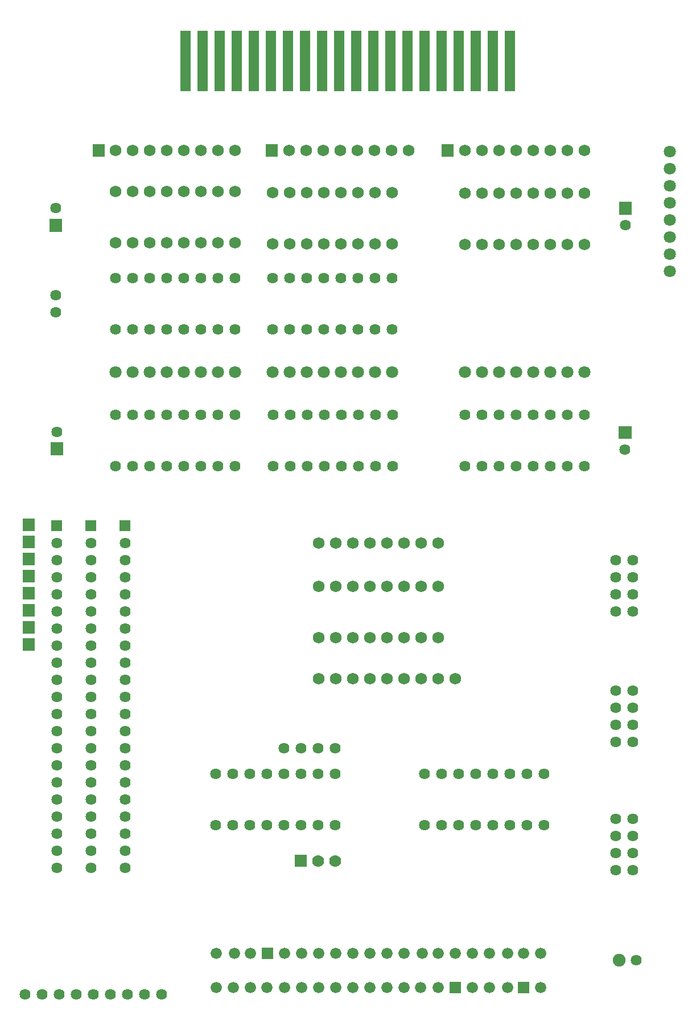
<source format=gbs>
G04 Layer: BottomSolderMaskLayer*
G04 EasyEDA v6.5.1, 2022-04-23 16:14:00*
G04 1ebaea4ae95649dd8011ffabadda3e85,10*
G04 Gerber Generator version 0.2*
G04 Scale: 100 percent, Rotated: No, Reflected: No *
G04 Dimensions in millimeters *
G04 leading zeros omitted , absolute positions ,4 integer and 5 decimal *
%FSLAX45Y45*%
%MOMM*%

%ADD32C,1.8032*%
%ADD36C,1.6256*%
%ADD37C,1.7272*%
%ADD39C,1.6766*%
%ADD41C,1.9016*%
%ADD43C,1.7780*%

%LPD*%
D32*
G01*
X9779000Y-3581400D03*
G01*
X9779000Y-3327400D03*
G01*
X9779000Y-3073400D03*
G01*
X9779000Y-2819400D03*
G01*
X9779000Y-2565400D03*
G01*
X9779000Y-2311400D03*
G01*
X9779000Y-2057400D03*
G01*
X9779000Y-1803400D03*
G36*
X151129Y-9221548D02*
G01*
X151129Y-9041208D01*
X331469Y-9041208D01*
X331469Y-9221548D01*
G37*
G36*
X151129Y-8967548D02*
G01*
X151129Y-8787208D01*
X331469Y-8787208D01*
X331469Y-8967548D01*
G37*
G36*
X151129Y-8713548D02*
G01*
X151129Y-8533208D01*
X331469Y-8533208D01*
X331469Y-8713548D01*
G37*
G36*
X151129Y-8459548D02*
G01*
X151129Y-8279208D01*
X331469Y-8279208D01*
X331469Y-8459548D01*
G37*
G36*
X151129Y-8205548D02*
G01*
X151129Y-8025208D01*
X331469Y-8025208D01*
X331469Y-8205548D01*
G37*
G36*
X151129Y-7951548D02*
G01*
X151129Y-7771208D01*
X331469Y-7771208D01*
X331469Y-7951548D01*
G37*
G36*
X151129Y-7697548D02*
G01*
X151129Y-7517208D01*
X331469Y-7517208D01*
X331469Y-7697548D01*
G37*
G36*
X151129Y-7443548D02*
G01*
X151129Y-7263208D01*
X331469Y-7263208D01*
X331469Y-7443548D01*
G37*
G36*
X7329170Y-906858D02*
G01*
X7329170Y-7698D01*
X7479029Y-7698D01*
X7479029Y-906858D01*
G37*
G36*
X7075170Y-906858D02*
G01*
X7075170Y-7698D01*
X7225029Y-7698D01*
X7225029Y-906858D01*
G37*
G36*
X6821170Y-906858D02*
G01*
X6821170Y-7698D01*
X6971029Y-7698D01*
X6971029Y-906858D01*
G37*
G36*
X6567170Y-906858D02*
G01*
X6567170Y-7698D01*
X6717029Y-7698D01*
X6717029Y-906858D01*
G37*
G36*
X6313170Y-906858D02*
G01*
X6313170Y-7698D01*
X6463029Y-7698D01*
X6463029Y-906858D01*
G37*
G36*
X6059170Y-906858D02*
G01*
X6059170Y-7698D01*
X6209029Y-7698D01*
X6209029Y-906858D01*
G37*
G36*
X5805170Y-906858D02*
G01*
X5805170Y-7698D01*
X5955029Y-7698D01*
X5955029Y-906858D01*
G37*
G36*
X5551170Y-906858D02*
G01*
X5551170Y-7698D01*
X5701029Y-7698D01*
X5701029Y-906858D01*
G37*
G36*
X5297170Y-906858D02*
G01*
X5297170Y-7698D01*
X5447029Y-7698D01*
X5447029Y-906858D01*
G37*
G36*
X5043170Y-906858D02*
G01*
X5043170Y-7698D01*
X5193029Y-7698D01*
X5193029Y-906858D01*
G37*
G36*
X4789170Y-906858D02*
G01*
X4789170Y-7698D01*
X4939029Y-7698D01*
X4939029Y-906858D01*
G37*
G36*
X4535170Y-906858D02*
G01*
X4535170Y-7698D01*
X4685029Y-7698D01*
X4685029Y-906858D01*
G37*
G36*
X4281170Y-906858D02*
G01*
X4281170Y-7698D01*
X4431029Y-7698D01*
X4431029Y-906858D01*
G37*
G36*
X4027170Y-906858D02*
G01*
X4027170Y-7698D01*
X4177029Y-7698D01*
X4177029Y-906858D01*
G37*
G36*
X3773170Y-906858D02*
G01*
X3773170Y-7698D01*
X3923029Y-7698D01*
X3923029Y-906858D01*
G37*
G36*
X3519170Y-906858D02*
G01*
X3519170Y-7698D01*
X3669029Y-7698D01*
X3669029Y-906858D01*
G37*
G36*
X3265170Y-906858D02*
G01*
X3265170Y-7698D01*
X3415029Y-7698D01*
X3415029Y-906858D01*
G37*
G36*
X3011170Y-906858D02*
G01*
X3011170Y-7698D01*
X3161029Y-7698D01*
X3161029Y-906858D01*
G37*
G36*
X2757170Y-906858D02*
G01*
X2757170Y-7698D01*
X2907029Y-7698D01*
X2907029Y-906858D01*
G37*
G36*
X2503170Y-906858D02*
G01*
X2503170Y-7698D01*
X2653029Y-7698D01*
X2653029Y-906858D01*
G37*
G36*
X1087119Y-7447358D02*
G01*
X1087119Y-7284798D01*
X1249679Y-7284798D01*
X1249679Y-7447358D01*
G37*
D36*
G01*
X1168400Y-7620000D03*
G01*
X1168400Y-7874000D03*
G01*
X1168400Y-8128000D03*
G01*
X1168400Y-8382000D03*
G01*
X1168400Y-8636000D03*
G01*
X1168400Y-8890000D03*
G01*
X1168400Y-9144000D03*
G01*
X1168400Y-9398000D03*
G01*
X1168400Y-9652000D03*
G01*
X1168400Y-9906000D03*
G01*
X1168400Y-10160000D03*
G01*
X1168400Y-10414000D03*
G01*
X1168400Y-10668000D03*
G01*
X1168400Y-10922000D03*
G01*
X1168400Y-11176000D03*
G01*
X1168400Y-11430000D03*
G01*
X1168400Y-11684000D03*
G01*
X1168400Y-11938000D03*
G01*
X1168400Y-12192000D03*
G01*
X1168400Y-12446000D03*
G36*
X579119Y-7447358D02*
G01*
X579119Y-7284798D01*
X741679Y-7284798D01*
X741679Y-7447358D01*
G37*
G01*
X660400Y-7620078D03*
G01*
X660400Y-7874078D03*
G01*
X660400Y-8128078D03*
G01*
X660400Y-8382078D03*
G01*
X660400Y-8636078D03*
G01*
X660400Y-8890078D03*
G01*
X660400Y-9144078D03*
G01*
X660400Y-9398078D03*
G01*
X660400Y-9652078D03*
G01*
X660400Y-9906078D03*
G01*
X660400Y-10160078D03*
G01*
X660400Y-10414078D03*
G01*
X660400Y-10668078D03*
G01*
X660400Y-10922078D03*
G01*
X660400Y-11176078D03*
G01*
X660400Y-11430078D03*
G01*
X660400Y-11684078D03*
G01*
X660400Y-11938078D03*
G01*
X660400Y-12192078D03*
G01*
X660400Y-12446078D03*
G36*
X1595120Y-7447358D02*
G01*
X1595120Y-7284798D01*
X1757679Y-7284798D01*
X1757679Y-7447358D01*
G37*
G01*
X1676400Y-7620000D03*
G01*
X1676400Y-7874000D03*
G01*
X1676400Y-8128000D03*
G01*
X1676400Y-8382000D03*
G01*
X1676400Y-8636000D03*
G01*
X1676400Y-8890000D03*
G01*
X1676400Y-9144000D03*
G01*
X1676400Y-9398000D03*
G01*
X1676400Y-9652000D03*
G01*
X1676400Y-9906000D03*
G01*
X1676400Y-10160000D03*
G01*
X1676400Y-10414000D03*
G01*
X1676400Y-10668000D03*
G01*
X1676400Y-10922000D03*
G01*
X1676400Y-11176000D03*
G01*
X1676400Y-11430000D03*
G01*
X1676400Y-11684000D03*
G01*
X1676400Y-11938000D03*
G01*
X1676400Y-12192000D03*
G01*
X1676400Y-12446000D03*
G01*
X2222500Y-14325600D03*
G01*
X1968500Y-14325600D03*
G01*
X1714500Y-14325600D03*
G01*
X1460500Y-14325600D03*
G01*
X1206500Y-14325600D03*
G01*
X952500Y-14325600D03*
G01*
X698500Y-14325600D03*
G01*
X444500Y-14325600D03*
G01*
X190500Y-14325600D03*
G01*
X4038600Y-10668078D03*
G01*
X4292600Y-10668078D03*
G01*
X4546600Y-10668078D03*
G01*
X4800600Y-10668078D03*
D37*
G01*
X6985000Y-3187700D03*
G01*
X6731000Y-3187700D03*
G01*
X7239000Y-3187700D03*
G01*
X7493000Y-3187700D03*
G01*
X8509000Y-2425700D03*
G01*
X8255000Y-2425700D03*
G01*
X7747000Y-3187700D03*
G01*
X8001000Y-3187700D03*
G01*
X8255000Y-3187700D03*
G01*
X8509000Y-3187700D03*
G01*
X8001000Y-2425700D03*
G01*
X7747000Y-2425700D03*
G01*
X7493000Y-2425700D03*
G01*
X7239000Y-2425700D03*
G01*
X6985000Y-2425700D03*
G01*
X6731000Y-2425700D03*
G01*
X1788921Y-3162378D03*
G01*
X1534921Y-3162378D03*
G01*
X2042921Y-3162378D03*
G01*
X2296921Y-3162378D03*
G01*
X3312921Y-2400378D03*
G01*
X3058921Y-2400378D03*
G01*
X2550921Y-3162378D03*
G01*
X2804921Y-3162378D03*
G01*
X3058921Y-3162378D03*
G01*
X3312921Y-3162378D03*
G01*
X2804921Y-2400378D03*
G01*
X2550921Y-2400378D03*
G01*
X2296921Y-2400378D03*
G01*
X2042921Y-2400378D03*
G01*
X1788921Y-2400378D03*
G01*
X1534921Y-2400378D03*
G01*
X4127500Y-3175000D03*
G01*
X3873500Y-3175000D03*
G01*
X4381500Y-3175000D03*
G01*
X4635500Y-3175000D03*
G01*
X5651500Y-2413000D03*
G01*
X5397500Y-2413000D03*
G01*
X4889500Y-3175000D03*
G01*
X5143500Y-3175000D03*
G01*
X5397500Y-3175000D03*
G01*
X5651500Y-3175000D03*
G01*
X5143500Y-2413000D03*
G01*
X4889500Y-2413000D03*
G01*
X4635500Y-2413000D03*
G01*
X4381500Y-2413000D03*
G01*
X4127500Y-2413000D03*
G01*
X3873500Y-2413000D03*
G01*
X4813300Y-9029702D03*
G01*
X4559300Y-9029702D03*
G01*
X5067300Y-9029702D03*
G01*
X5321300Y-9029702D03*
G01*
X6337300Y-8267702D03*
G01*
X6083300Y-8267702D03*
G01*
X5575300Y-9029702D03*
G01*
X5829300Y-9029702D03*
G01*
X6083300Y-9029702D03*
G01*
X6337300Y-9029702D03*
G01*
X5829300Y-8267702D03*
G01*
X5575300Y-8267702D03*
G01*
X5321300Y-8267702D03*
G01*
X5067300Y-8267702D03*
G01*
X4813300Y-8267702D03*
G01*
X4559300Y-8267702D03*
D36*
G01*
X9118612Y-2901901D03*
G36*
X9023604Y-2743024D02*
G01*
X9023604Y-2552778D01*
X9213595Y-2552778D01*
X9213595Y-2743024D01*
G37*
G01*
X647700Y-2647901D03*
G36*
X552703Y-2997024D02*
G01*
X552703Y-2806778D01*
X742695Y-2806778D01*
X742695Y-2997024D01*
G37*
D37*
G01*
X6591300Y-9639302D03*
G01*
X6337300Y-9639302D03*
G01*
X6083300Y-9639302D03*
G01*
X5829300Y-9639302D03*
G01*
X5575300Y-9639302D03*
G01*
X5321300Y-9639302D03*
G01*
X5067300Y-9639302D03*
G01*
X4813300Y-9639302D03*
G01*
X4559300Y-9639302D03*
G36*
X6386829Y-1880948D02*
G01*
X6386829Y-1700608D01*
X6567170Y-1700608D01*
X6567170Y-1880948D01*
G37*
G01*
X6731000Y-1790702D03*
G01*
X6985000Y-1790702D03*
G01*
X7239000Y-1790702D03*
G01*
X7493000Y-1790702D03*
G01*
X7747000Y-1790702D03*
G01*
X8001000Y-1790702D03*
G01*
X8255000Y-1790702D03*
G01*
X8509000Y-1790702D03*
G36*
X1192529Y-1880948D02*
G01*
X1192529Y-1700608D01*
X1372870Y-1700608D01*
X1372870Y-1880948D01*
G37*
G01*
X1536700Y-1790702D03*
G01*
X1790700Y-1790702D03*
G01*
X2044700Y-1790702D03*
G01*
X2298700Y-1790702D03*
G01*
X2552700Y-1790702D03*
G01*
X2806700Y-1790702D03*
G01*
X3060700Y-1790702D03*
G01*
X3314700Y-1790702D03*
G36*
X3770629Y-1880948D02*
G01*
X3770629Y-1700608D01*
X3950970Y-1700608D01*
X3950970Y-1880948D01*
G37*
G01*
X4114800Y-1790702D03*
G01*
X4368800Y-1790702D03*
G01*
X4622800Y-1790702D03*
G01*
X4876800Y-1790702D03*
G01*
X5130800Y-1790702D03*
G01*
X5384800Y-1790702D03*
G01*
X5638800Y-1790702D03*
G01*
X5892800Y-1790702D03*
D36*
G01*
X7913801Y-11055301D03*
G01*
X7659801Y-11055301D03*
G01*
X6389801Y-11055301D03*
G01*
X6135801Y-11055301D03*
G01*
X7405801Y-11055301D03*
G01*
X7151801Y-11055301D03*
G01*
X6643801Y-11055301D03*
G01*
X6897801Y-11055301D03*
G01*
X6135801Y-11817301D03*
G01*
X6389801Y-11817301D03*
G01*
X6643801Y-11817301D03*
G01*
X6897801Y-11817301D03*
G01*
X7151801Y-11817301D03*
G01*
X7405801Y-11817301D03*
G01*
X7659801Y-11817301D03*
G01*
X7913801Y-11817301D03*
G01*
X4802301Y-11055301D03*
G01*
X4548301Y-11055301D03*
G01*
X3278301Y-11055301D03*
G01*
X3024301Y-11055301D03*
G01*
X4294301Y-11055301D03*
G01*
X4040301Y-11055301D03*
G01*
X3532301Y-11055301D03*
G01*
X3786301Y-11055301D03*
G01*
X3024301Y-11817301D03*
G01*
X3278301Y-11817301D03*
G01*
X3532301Y-11817301D03*
G01*
X3786301Y-11817301D03*
G01*
X4040301Y-11817301D03*
G01*
X4294301Y-11817301D03*
G01*
X4548301Y-11817301D03*
G01*
X4802301Y-11817301D03*
G01*
X1534998Y-4451403D03*
G01*
X1788998Y-4451403D03*
G01*
X3058998Y-4451403D03*
G01*
X3312998Y-4451403D03*
G01*
X2042998Y-4451403D03*
G01*
X2296998Y-4451403D03*
G01*
X2804998Y-4451403D03*
G01*
X2550998Y-4451403D03*
G01*
X3312998Y-3689403D03*
G01*
X3058998Y-3689403D03*
G01*
X2804998Y-3689403D03*
G01*
X2550998Y-3689403D03*
G01*
X2296998Y-3689403D03*
G01*
X2042998Y-3689403D03*
G01*
X1788998Y-3689403D03*
G01*
X1534998Y-3689403D03*
G01*
X3875201Y-4451403D03*
G01*
X4129201Y-4451403D03*
G01*
X5399201Y-4451403D03*
G01*
X5653201Y-4451403D03*
G01*
X4383201Y-4451403D03*
G01*
X4637201Y-4451403D03*
G01*
X5145201Y-4451403D03*
G01*
X4891201Y-4451403D03*
G01*
X5653201Y-3689403D03*
G01*
X5399201Y-3689403D03*
G01*
X5145201Y-3689403D03*
G01*
X4891201Y-3689403D03*
G01*
X4637201Y-3689403D03*
G01*
X4383201Y-3689403D03*
G01*
X4129201Y-3689403D03*
G01*
X3875201Y-3689403D03*
G01*
X3316401Y-5721301D03*
G01*
X3062401Y-5721301D03*
G01*
X1792401Y-5721301D03*
G01*
X1538401Y-5721301D03*
G01*
X2808401Y-5721301D03*
G01*
X2554401Y-5721301D03*
G01*
X2046401Y-5721301D03*
G01*
X2300401Y-5721301D03*
G01*
X1538401Y-6483301D03*
G01*
X1792401Y-6483301D03*
G01*
X2046401Y-6483301D03*
G01*
X2300401Y-6483301D03*
G01*
X2554401Y-6483301D03*
G01*
X2808401Y-6483301D03*
G01*
X3062401Y-6483301D03*
G01*
X3316401Y-6483301D03*
G01*
X5656605Y-5721301D03*
G01*
X5402605Y-5721301D03*
G01*
X4132605Y-5721301D03*
G01*
X3878605Y-5721301D03*
G01*
X5148605Y-5721301D03*
G01*
X4894605Y-5721301D03*
G01*
X4386605Y-5721301D03*
G01*
X4640605Y-5721301D03*
G01*
X3878605Y-6483301D03*
G01*
X4132605Y-6483301D03*
G01*
X4386605Y-6483301D03*
G01*
X4640605Y-6483301D03*
G01*
X4894605Y-6483301D03*
G01*
X5148605Y-6483301D03*
G01*
X5402605Y-6483301D03*
G01*
X5656605Y-6483301D03*
G01*
X8512403Y-5721301D03*
G01*
X8258403Y-5721301D03*
G01*
X6988403Y-5721301D03*
G01*
X6734403Y-5721301D03*
G01*
X8004403Y-5721301D03*
G01*
X7750403Y-5721301D03*
G01*
X7242403Y-5721301D03*
G01*
X7496403Y-5721301D03*
G01*
X6734403Y-6483301D03*
G01*
X6988403Y-6483301D03*
G01*
X7242403Y-6483301D03*
G01*
X7496403Y-6483301D03*
G01*
X7750403Y-6483301D03*
G01*
X8004403Y-6483301D03*
G01*
X8258403Y-6483301D03*
G01*
X8512403Y-6483301D03*
G01*
X660400Y-5969002D03*
G36*
X565403Y-6318074D02*
G01*
X565403Y-6127828D01*
X755395Y-6127828D01*
X755395Y-6318074D01*
G37*
G01*
X647700Y-3937002D03*
G01*
X647700Y-4191002D03*
G01*
X9115196Y-6235702D03*
G36*
X9020047Y-6076774D02*
G01*
X9020047Y-5886528D01*
X9210293Y-5886528D01*
X9210293Y-6076774D01*
G37*
D37*
G01*
X4559300Y-7620002D03*
G01*
X4813300Y-7620002D03*
G01*
X5067300Y-7620002D03*
G01*
X5321300Y-7620002D03*
G01*
X5575300Y-7620002D03*
G01*
X5829300Y-7620002D03*
G01*
X6083300Y-7620002D03*
G01*
X6337300Y-7620002D03*
D36*
G01*
X8978900Y-9817102D03*
G01*
X9232900Y-9817102D03*
G01*
X9232900Y-10071102D03*
G01*
X8978900Y-10071102D03*
G01*
X9232900Y-10325102D03*
G01*
X8978900Y-10325102D03*
G01*
X9232900Y-10579102D03*
G01*
X8978900Y-10579102D03*
D32*
G01*
X1533296Y-5079926D03*
G01*
X1787296Y-5079926D03*
G01*
X2041296Y-5079926D03*
G01*
X2295296Y-5079926D03*
G01*
X2549296Y-5079926D03*
G01*
X2803296Y-5079926D03*
G01*
X3057296Y-5079926D03*
G01*
X3311296Y-5079926D03*
G01*
X3871798Y-5079926D03*
G01*
X4125798Y-5079926D03*
G01*
X4379798Y-5079926D03*
G01*
X4633798Y-5079926D03*
G01*
X4887798Y-5079926D03*
G01*
X5141798Y-5079926D03*
G01*
X5395798Y-5079926D03*
G01*
X5649798Y-5079926D03*
D36*
G01*
X8978900Y-11722102D03*
G01*
X9232900Y-11722102D03*
G01*
X9232900Y-11976102D03*
G01*
X8978900Y-11976102D03*
G01*
X9232900Y-12230102D03*
G01*
X8978900Y-12230102D03*
G01*
X9232900Y-12484102D03*
G01*
X8978900Y-12484102D03*
D39*
G01*
X3035300Y-14224002D03*
G01*
X3035300Y-13716002D03*
G01*
X3289300Y-14224002D03*
G01*
X3302000Y-13716002D03*
G01*
X3543300Y-14224002D03*
G01*
X3543300Y-13716002D03*
G01*
X3784600Y-14224002D03*
G36*
X3713479Y-13799898D02*
G01*
X3713479Y-13632258D01*
X3881120Y-13632258D01*
X3881120Y-13799898D01*
G37*
G01*
X4051300Y-14224002D03*
G01*
X4051300Y-13716002D03*
G01*
X4305300Y-14224002D03*
G01*
X4305300Y-13716002D03*
G01*
X4559300Y-14224002D03*
G01*
X4559300Y-13716002D03*
G01*
X4813300Y-14224002D03*
G01*
X4813300Y-13716002D03*
G01*
X5067300Y-14224002D03*
G01*
X5067300Y-13716002D03*
G01*
X5321300Y-14224002D03*
G01*
X5321300Y-13716002D03*
G01*
X5575300Y-14224002D03*
G01*
X5575300Y-13716002D03*
G01*
X5829300Y-14224002D03*
G01*
X5829300Y-13716002D03*
G01*
X6070600Y-14224002D03*
G01*
X6096000Y-13716002D03*
G01*
X6337300Y-14224002D03*
G01*
X6337300Y-13716002D03*
G36*
X6507479Y-14307898D02*
G01*
X6507479Y-14140258D01*
X6675120Y-14140258D01*
X6675120Y-14307898D01*
G37*
G01*
X6591300Y-13716002D03*
G01*
X6845300Y-14224002D03*
G01*
X6845300Y-13716002D03*
G01*
X7099300Y-14224002D03*
G01*
X7099300Y-13716002D03*
G01*
X7366000Y-14224002D03*
G01*
X7366000Y-13716002D03*
G36*
X7523479Y-14307898D02*
G01*
X7523479Y-14140258D01*
X7691120Y-14140258D01*
X7691120Y-14307898D01*
G37*
G01*
X7607300Y-13716002D03*
G01*
X7861300Y-14224002D03*
G01*
X7861300Y-13716002D03*
D36*
G01*
X9283700Y-13817602D03*
D41*
G01*
X9029700Y-13817602D03*
D36*
G01*
X8978900Y-7874002D03*
G01*
X9232900Y-7874002D03*
G01*
X9232900Y-8128002D03*
G01*
X8978900Y-8128002D03*
G01*
X9232900Y-8382002D03*
G01*
X8978900Y-8382002D03*
G01*
X9232900Y-8636002D03*
G01*
X8978900Y-8636002D03*
G36*
X4203700Y-12433378D02*
G01*
X4203700Y-12255578D01*
X4381500Y-12255578D01*
X4381500Y-12433378D01*
G37*
D43*
G01*
X4546600Y-12344402D03*
G01*
X4800600Y-12344402D03*
D32*
G01*
X6731000Y-5080002D03*
G01*
X6985000Y-5080002D03*
G01*
X7239000Y-5080002D03*
G01*
X7493000Y-5080002D03*
G01*
X7747000Y-5080002D03*
G01*
X8001000Y-5080002D03*
G01*
X8255000Y-5080002D03*
G01*
X8509000Y-5080002D03*
M02*

</source>
